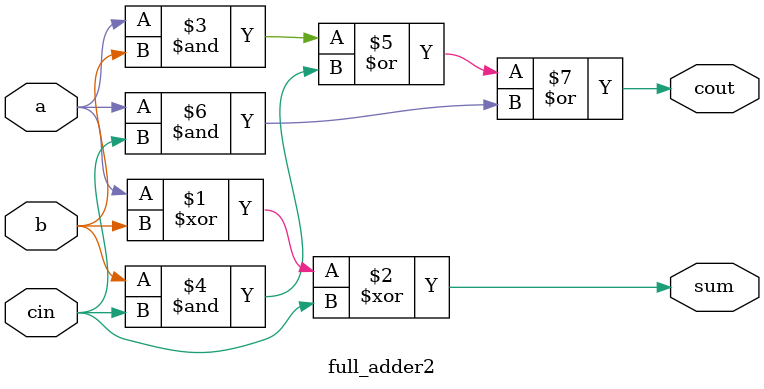
<source format=v>
module full_adder2(a,b,cin,sum,cout);
input a,b,cin;
output sum,cout;
assign sum = a ^ b ^ cin;
assign cout = (a & b) | (b & cin) | (a & cin);
endmodule


</source>
